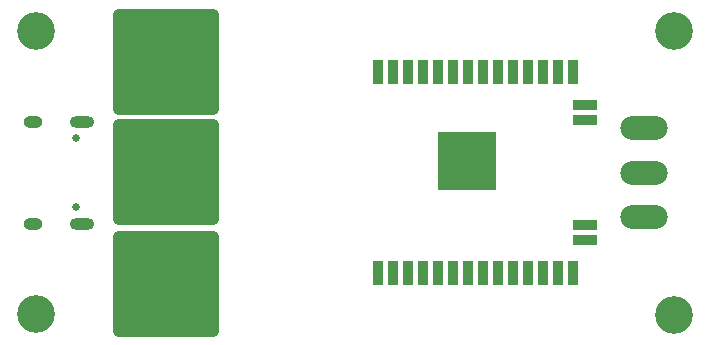
<source format=gbr>
%TF.GenerationSoftware,KiCad,Pcbnew,(6.0.0)*%
%TF.CreationDate,2022-03-26T23:52:22+13:00*%
%TF.ProjectId,Kea Nano PCB V1,4b656120-4e61-46e6-9f20-504342205631,rev?*%
%TF.SameCoordinates,Original*%
%TF.FileFunction,Soldermask,Bot*%
%TF.FilePolarity,Negative*%
%FSLAX46Y46*%
G04 Gerber Fmt 4.6, Leading zero omitted, Abs format (unit mm)*
G04 Created by KiCad (PCBNEW (6.0.0)) date 2022-03-26 23:52:22*
%MOMM*%
%LPD*%
G01*
G04 APERTURE LIST*
G04 Aperture macros list*
%AMRoundRect*
0 Rectangle with rounded corners*
0 $1 Rounding radius*
0 $2 $3 $4 $5 $6 $7 $8 $9 X,Y pos of 4 corners*
0 Add a 4 corners polygon primitive as box body*
4,1,4,$2,$3,$4,$5,$6,$7,$8,$9,$2,$3,0*
0 Add four circle primitives for the rounded corners*
1,1,$1+$1,$2,$3*
1,1,$1+$1,$4,$5*
1,1,$1+$1,$6,$7*
1,1,$1+$1,$8,$9*
0 Add four rect primitives between the rounded corners*
20,1,$1+$1,$2,$3,$4,$5,0*
20,1,$1+$1,$4,$5,$6,$7,0*
20,1,$1+$1,$6,$7,$8,$9,0*
20,1,$1+$1,$8,$9,$2,$3,0*%
G04 Aperture macros list end*
%ADD10C,3.200000*%
%ADD11C,0.650000*%
%ADD12O,2.100000X1.000000*%
%ADD13O,1.600000X1.000000*%
%ADD14RoundRect,1.000000X-1.000000X0.000000X-1.000000X0.000000X1.000000X0.000000X1.000000X0.000000X0*%
%ADD15R,0.900000X2.000000*%
%ADD16R,2.000000X0.900000*%
%ADD17R,5.000000X5.000000*%
%ADD18RoundRect,0.500000X4.000000X4.000000X-4.000000X4.000000X-4.000000X-4.000000X4.000000X-4.000000X0*%
G04 APERTURE END LIST*
D10*
%TO.C,H3*%
X207000000Y-103000000D03*
%TD*%
%TO.C,H1*%
X207000000Y-127080000D03*
%TD*%
%TO.C,H2*%
X153000000Y-127000000D03*
%TD*%
%TO.C,H4*%
X153000000Y-103000000D03*
%TD*%
D11*
%TO.C,J1*%
X156405000Y-112110000D03*
X156405000Y-117890000D03*
D12*
X156905000Y-110680000D03*
X156905000Y-119320000D03*
D13*
X152725000Y-119320000D03*
X152725000Y-110680000D03*
%TD*%
D14*
%TO.C,5V2*%
X204500000Y-111250000D03*
%TD*%
D15*
%TO.C,U2*%
X181995000Y-106500000D03*
X183265000Y-106500000D03*
X184535000Y-106500000D03*
X185805000Y-106500000D03*
X187075000Y-106500000D03*
X188345000Y-106500000D03*
X189615000Y-106500000D03*
X190885000Y-106500000D03*
X192155000Y-106500000D03*
X193425000Y-106500000D03*
X194695000Y-106500000D03*
X195965000Y-106500000D03*
X197235000Y-106500000D03*
X198505000Y-106500000D03*
D16*
X199505000Y-109285000D03*
X199505000Y-110555000D03*
X199505000Y-119445000D03*
X199505000Y-120715000D03*
D15*
X198505000Y-123500000D03*
X197235000Y-123500000D03*
X195965000Y-123500000D03*
X194695000Y-123500000D03*
X193425000Y-123500000D03*
X192155000Y-123500000D03*
X190885000Y-123500000D03*
X189615000Y-123500000D03*
X188345000Y-123500000D03*
X187075000Y-123500000D03*
X185805000Y-123500000D03*
X184535000Y-123500000D03*
X183265000Y-123500000D03*
X181995000Y-123500000D03*
D17*
X189495000Y-114000000D03*
%TD*%
D18*
%TO.C,IO4*%
X164000000Y-105600000D03*
%TD*%
%TO.C,IO33*%
X164000000Y-124400000D03*
%TD*%
%TO.C,IO27*%
X164000000Y-114990000D03*
%TD*%
D14*
%TO.C,GND3*%
X204500000Y-118750000D03*
%TD*%
%TO.C,IO2*%
X204500000Y-115000000D03*
%TD*%
M02*

</source>
